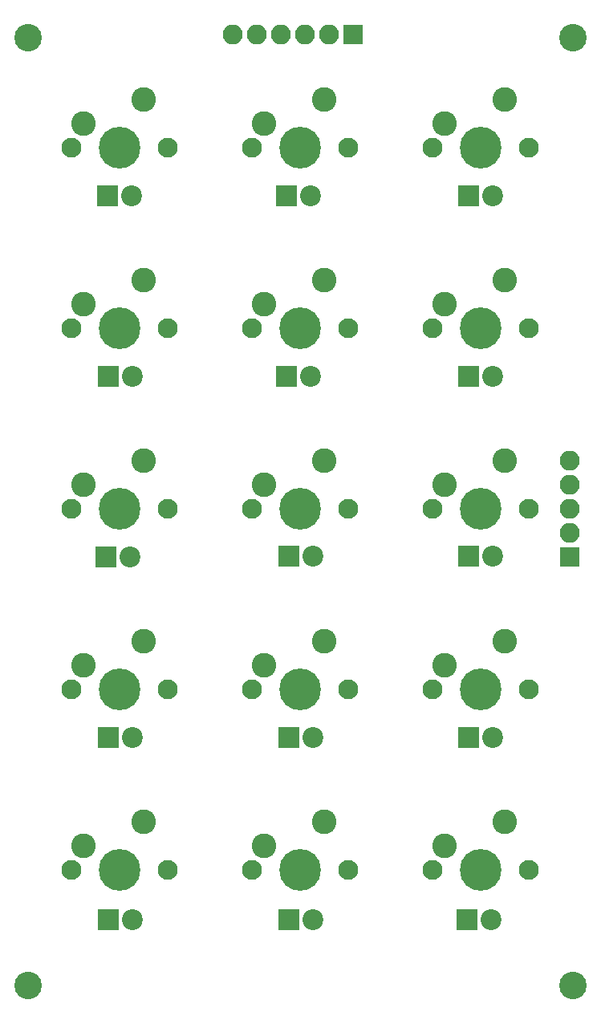
<source format=gbr>
G04 #@! TF.GenerationSoftware,KiCad,Pcbnew,(6.0.0-rc1-dev-113-g3868f21)*
G04 #@! TF.CreationDate,2018-09-11T18:01:50-04:00*
G04 #@! TF.ProjectId,CNCKeypad,434E434B65797061642E6B696361645F,rev?*
G04 #@! TF.SameCoordinates,Original*
G04 #@! TF.FileFunction,Soldermask,Top*
G04 #@! TF.FilePolarity,Negative*
%FSLAX46Y46*%
G04 Gerber Fmt 4.6, Leading zero omitted, Abs format (unit mm)*
G04 Created by KiCad (PCBNEW (6.0.0-rc1-dev-113-g3868f21)) date Tuesday, September 11, 2018 at 06:01:50 PM*
%MOMM*%
%LPD*%
G01*
G04 APERTURE LIST*
%ADD10O,2.100000X2.100000*%
%ADD11R,2.100000X2.100000*%
%ADD12C,2.100000*%
%ADD13C,4.400000*%
%ADD14C,2.600000*%
%ADD15R,2.200000X2.200000*%
%ADD16C,2.200000*%
%ADD17C,2.900000*%
G04 APERTURE END LIST*
D10*
G04 #@! TO.C,J6*
X115062000Y-58420000D03*
X117602000Y-58420000D03*
X120142000Y-58420000D03*
X122682000Y-58420000D03*
X125222000Y-58420000D03*
D11*
X127762000Y-58420000D03*
G04 #@! TD*
D12*
G04 #@! TO.C,SW6*
X127254000Y-70358000D03*
X117094000Y-70358000D03*
D13*
X122174000Y-70358000D03*
D14*
X118364000Y-67818000D03*
X124714000Y-65278000D03*
G04 #@! TD*
D12*
G04 #@! TO.C,SW1*
X108204000Y-70358000D03*
X98044000Y-70358000D03*
D13*
X103124000Y-70358000D03*
D14*
X99314000Y-67818000D03*
X105664000Y-65278000D03*
G04 #@! TD*
D12*
G04 #@! TO.C,SW12*
X146304000Y-89408000D03*
X136144000Y-89408000D03*
D13*
X141224000Y-89408000D03*
D14*
X137414000Y-86868000D03*
X143764000Y-84328000D03*
G04 #@! TD*
D12*
G04 #@! TO.C,SW11*
X146304000Y-70358000D03*
X136144000Y-70358000D03*
D13*
X141224000Y-70358000D03*
D14*
X137414000Y-67818000D03*
X143764000Y-65278000D03*
G04 #@! TD*
D12*
G04 #@! TO.C,SW13*
X146304000Y-108458000D03*
X136144000Y-108458000D03*
D13*
X141224000Y-108458000D03*
D14*
X137414000Y-105918000D03*
X143764000Y-103378000D03*
G04 #@! TD*
D12*
G04 #@! TO.C,SW2*
X108204000Y-89408000D03*
X98044000Y-89408000D03*
D13*
X103124000Y-89408000D03*
D14*
X99314000Y-86868000D03*
X105664000Y-84328000D03*
G04 #@! TD*
D12*
G04 #@! TO.C,SW3*
X108204000Y-108458000D03*
X98044000Y-108458000D03*
D13*
X103124000Y-108458000D03*
D14*
X99314000Y-105918000D03*
X105664000Y-103378000D03*
G04 #@! TD*
D12*
G04 #@! TO.C,SW4*
X108204000Y-127508000D03*
X98044000Y-127508000D03*
D13*
X103124000Y-127508000D03*
D14*
X99314000Y-124968000D03*
X105664000Y-122428000D03*
G04 #@! TD*
D12*
G04 #@! TO.C,SW5*
X108204000Y-146558000D03*
X98044000Y-146558000D03*
D13*
X103124000Y-146558000D03*
D14*
X99314000Y-144018000D03*
X105664000Y-141478000D03*
G04 #@! TD*
D12*
G04 #@! TO.C,SW7*
X127254000Y-89408000D03*
X117094000Y-89408000D03*
D13*
X122174000Y-89408000D03*
D14*
X118364000Y-86868000D03*
X124714000Y-84328000D03*
G04 #@! TD*
D12*
G04 #@! TO.C,SW8*
X127254000Y-108458000D03*
X117094000Y-108458000D03*
D13*
X122174000Y-108458000D03*
D14*
X118364000Y-105918000D03*
X124714000Y-103378000D03*
G04 #@! TD*
D12*
G04 #@! TO.C,SW9*
X127254000Y-127508000D03*
X117094000Y-127508000D03*
D13*
X122174000Y-127508000D03*
D14*
X118364000Y-124968000D03*
X124714000Y-122428000D03*
G04 #@! TD*
D12*
G04 #@! TO.C,SW10*
X127254000Y-146558000D03*
X117094000Y-146558000D03*
D13*
X122174000Y-146558000D03*
D14*
X118364000Y-144018000D03*
X124714000Y-141478000D03*
G04 #@! TD*
D12*
G04 #@! TO.C,SW14*
X146304000Y-127508000D03*
X136144000Y-127508000D03*
D13*
X141224000Y-127508000D03*
D14*
X137414000Y-124968000D03*
X143764000Y-122428000D03*
G04 #@! TD*
D12*
G04 #@! TO.C,SW15*
X146304000Y-146558000D03*
X136144000Y-146558000D03*
D13*
X141224000Y-146558000D03*
D14*
X137414000Y-144018000D03*
X143764000Y-141478000D03*
G04 #@! TD*
D15*
G04 #@! TO.C,D16*
X101854000Y-75438000D03*
D16*
X104394000Y-75438000D03*
G04 #@! TD*
G04 #@! TO.C,D17*
X104521000Y-94488000D03*
D15*
X101981000Y-94488000D03*
G04 #@! TD*
G04 #@! TO.C,D18*
X101727000Y-113538000D03*
D16*
X104267000Y-113538000D03*
G04 #@! TD*
G04 #@! TO.C,D19*
X104521000Y-132588000D03*
D15*
X101981000Y-132588000D03*
G04 #@! TD*
G04 #@! TO.C,D20*
X101981000Y-151765000D03*
D16*
X104521000Y-151765000D03*
G04 #@! TD*
G04 #@! TO.C,D21*
X123317000Y-75438000D03*
D15*
X120777000Y-75438000D03*
G04 #@! TD*
G04 #@! TO.C,D22*
X120777000Y-94488000D03*
D16*
X123317000Y-94488000D03*
G04 #@! TD*
G04 #@! TO.C,D23*
X123571000Y-113411000D03*
D15*
X121031000Y-113411000D03*
G04 #@! TD*
G04 #@! TO.C,D24*
X121031000Y-132588000D03*
D16*
X123571000Y-132588000D03*
G04 #@! TD*
G04 #@! TO.C,D25*
X123571000Y-151765000D03*
D15*
X121031000Y-151765000D03*
G04 #@! TD*
G04 #@! TO.C,D26*
X139954000Y-75438000D03*
D16*
X142494000Y-75438000D03*
G04 #@! TD*
G04 #@! TO.C,D27*
X142494000Y-94488000D03*
D15*
X139954000Y-94488000D03*
G04 #@! TD*
G04 #@! TO.C,D28*
X139954000Y-113411000D03*
D16*
X142494000Y-113411000D03*
G04 #@! TD*
G04 #@! TO.C,D29*
X142494000Y-132588000D03*
D15*
X139954000Y-132588000D03*
G04 #@! TD*
G04 #@! TO.C,D30*
X139827000Y-151765000D03*
D16*
X142367000Y-151765000D03*
G04 #@! TD*
D10*
G04 #@! TO.C,J8*
X150622000Y-103378000D03*
X150622000Y-105918000D03*
X150622000Y-108458000D03*
X150622000Y-110998000D03*
D11*
X150622000Y-113538000D03*
G04 #@! TD*
D17*
G04 #@! TO.C,REF\002A\002A*
X93500000Y-58775000D03*
G04 #@! TD*
G04 #@! TO.C,REF\002A\002A*
X151000000Y-58775000D03*
G04 #@! TD*
G04 #@! TO.C,REF\002A\002A*
X93500000Y-158775000D03*
G04 #@! TD*
G04 #@! TO.C,REF\002A\002A*
X151000000Y-158775000D03*
G04 #@! TD*
M02*

</source>
